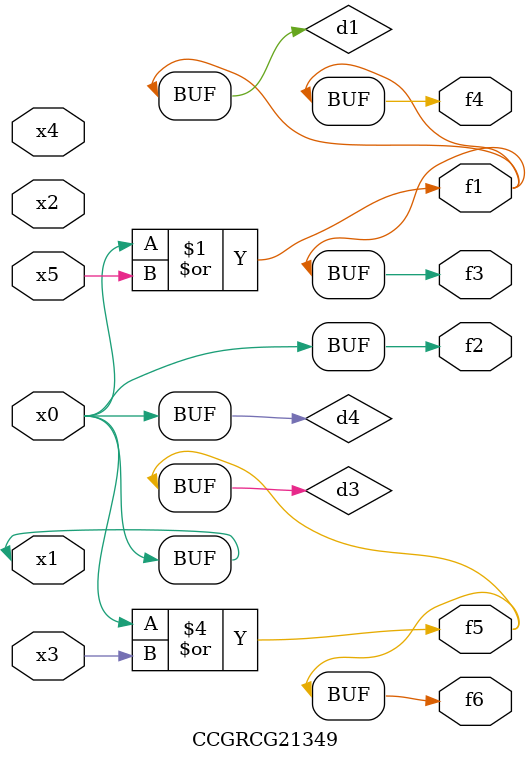
<source format=v>
module CCGRCG21349(
	input x0, x1, x2, x3, x4, x5,
	output f1, f2, f3, f4, f5, f6
);

	wire d1, d2, d3, d4;

	or (d1, x0, x5);
	xnor (d2, x1, x4);
	or (d3, x0, x3);
	buf (d4, x0, x1);
	assign f1 = d1;
	assign f2 = d4;
	assign f3 = d1;
	assign f4 = d1;
	assign f5 = d3;
	assign f6 = d3;
endmodule

</source>
